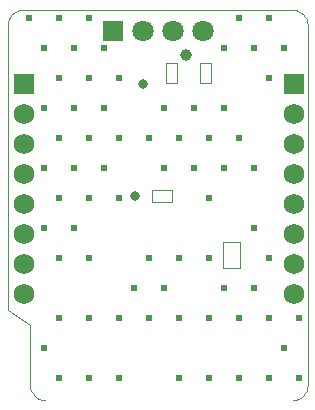
<source format=gbs>
G04*
G04 #@! TF.GenerationSoftware,Altium Limited,Altium Designer,18.1.9 (240)*
G04*
G04 Layer_Color=16711935*
%FSLAX25Y25*%
%MOIN*%
G70*
G01*
G75*
%ADD16C,0.00100*%
%ADD17C,0.00394*%
%ADD26C,0.06800*%
%ADD27R,0.06610X0.06610*%
%ADD28R,0.07099X0.07099*%
%ADD29C,0.07099*%
%ADD30C,0.02400*%
%ADD31C,0.03200*%
%ADD32C,0.03950*%
D16*
X383000Y357500D02*
X382025Y357404D01*
X381087Y357119D01*
X380222Y356657D01*
X379465Y356035D01*
X378843Y355278D01*
X378381Y354413D01*
X378096Y353475D01*
X378000Y352500D01*
X478000D02*
X477904Y353475D01*
X477619Y354413D01*
X477157Y355278D01*
X476536Y356035D01*
X475778Y356657D01*
X474913Y357119D01*
X473976Y357404D01*
X473000Y357500D01*
Y227500D02*
X473976Y227596D01*
X474913Y227881D01*
X475778Y228343D01*
X476536Y228964D01*
X477157Y229722D01*
X477619Y230587D01*
X477904Y231524D01*
X478000Y232500D01*
X385500D02*
X385596Y231524D01*
X385881Y230587D01*
X386343Y229722D01*
X386965Y228964D01*
X387722Y228343D01*
X388587Y227881D01*
X389525Y227596D01*
X390500Y227500D01*
X478000Y232500D02*
Y352500D01*
X378000Y257500D02*
Y352500D01*
X382874Y357500D02*
X472874D01*
X378000Y257500D02*
X385500Y252500D01*
Y232500D02*
Y252500D01*
D17*
X426029Y293630D02*
X432722D01*
X426029Y297370D02*
X432722D01*
Y293630D02*
Y297370D01*
X426029Y293630D02*
Y297370D01*
X449646Y280331D02*
X455354D01*
X449646Y271669D02*
X455354D01*
Y280331D01*
X449646Y271669D02*
Y280331D01*
X445870Y333154D02*
Y339846D01*
X442130Y333154D02*
Y339846D01*
X445870D01*
X442130Y333154D02*
X445870D01*
X434370Y333197D02*
Y339890D01*
X430630Y333197D02*
Y339890D01*
X434370D01*
X430630Y333197D02*
X434370D01*
D26*
X383500Y263000D02*
D03*
Y273000D02*
D03*
Y283000D02*
D03*
Y293000D02*
D03*
Y303000D02*
D03*
Y313000D02*
D03*
Y323000D02*
D03*
X473500Y263000D02*
D03*
Y273000D02*
D03*
Y283000D02*
D03*
Y293000D02*
D03*
Y303000D02*
D03*
Y313000D02*
D03*
Y323000D02*
D03*
D27*
X383500Y333000D02*
D03*
X473500D02*
D03*
D28*
X413000Y350500D02*
D03*
D29*
X423000D02*
D03*
X433000D02*
D03*
X443000D02*
D03*
D30*
X475000Y255000D02*
D03*
Y235000D02*
D03*
X465000Y355000D02*
D03*
X470000Y345000D02*
D03*
X465000Y335000D02*
D03*
Y275000D02*
D03*
Y255000D02*
D03*
X470000Y245000D02*
D03*
X465000Y235000D02*
D03*
X455000Y355000D02*
D03*
X460000Y345000D02*
D03*
X455000Y315000D02*
D03*
X460000Y305000D02*
D03*
Y285000D02*
D03*
Y265000D02*
D03*
X455000Y255000D02*
D03*
Y235000D02*
D03*
X450000Y345000D02*
D03*
Y325000D02*
D03*
X445000Y315000D02*
D03*
X450000Y305000D02*
D03*
X445000Y295000D02*
D03*
Y275000D02*
D03*
X450000Y265000D02*
D03*
X445000Y255000D02*
D03*
Y235000D02*
D03*
X440000Y325000D02*
D03*
X435000Y315000D02*
D03*
X440000Y305000D02*
D03*
X435000Y275000D02*
D03*
Y255000D02*
D03*
Y235000D02*
D03*
X430000Y325000D02*
D03*
X425000Y315000D02*
D03*
X430000Y305000D02*
D03*
X425000Y275000D02*
D03*
X430000Y265000D02*
D03*
X425000Y255000D02*
D03*
X415000Y335000D02*
D03*
Y315000D02*
D03*
Y295000D02*
D03*
X420000Y265000D02*
D03*
X415000Y255000D02*
D03*
Y235000D02*
D03*
X405000Y355000D02*
D03*
X410000Y345000D02*
D03*
X405000Y335000D02*
D03*
X410000Y325000D02*
D03*
X405000Y315000D02*
D03*
X410000Y305000D02*
D03*
X405000Y295000D02*
D03*
Y275000D02*
D03*
Y255000D02*
D03*
Y235000D02*
D03*
X395000Y355000D02*
D03*
X400000Y345000D02*
D03*
X395000Y335000D02*
D03*
X400000Y325000D02*
D03*
X395000Y315000D02*
D03*
X400000Y305000D02*
D03*
X395000Y295000D02*
D03*
X400000Y285000D02*
D03*
X395000Y275000D02*
D03*
Y255000D02*
D03*
Y235000D02*
D03*
X385000Y355000D02*
D03*
X390000Y345000D02*
D03*
Y325000D02*
D03*
Y305000D02*
D03*
Y285000D02*
D03*
Y245000D02*
D03*
D31*
X420500Y295500D02*
D03*
X423000Y333000D02*
D03*
D32*
X437500Y342500D02*
D03*
M02*

</source>
